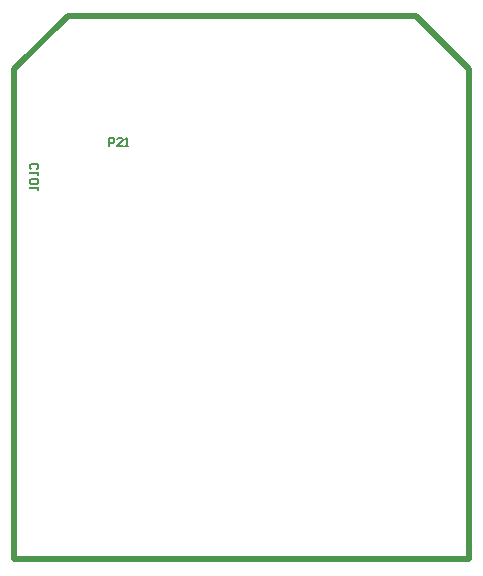
<source format=gbo>
G04 Layer_Color=32896*
%FSLAX44Y44*%
%MOMM*%
G71*
G01*
G75*
%ADD16C,0.5000*%
%ADD28C,0.1500*%
D16*
X250000Y250000D02*
Y665000D01*
X295000Y710000D01*
X590000D01*
X635000Y665000D01*
Y250000D02*
Y665000D01*
X250000Y250000D02*
X635000D01*
D28*
X330000Y600000D02*
Y606998D01*
X333499D01*
X334665Y605831D01*
Y603499D01*
X333499Y602333D01*
X330000D01*
X341663Y600000D02*
X336998D01*
X341663Y604665D01*
Y605831D01*
X340497Y606998D01*
X338164D01*
X336998Y605831D01*
X343996Y600000D02*
X346328D01*
X345162D01*
Y606998D01*
X343996Y605831D01*
X264168Y580335D02*
X263002Y581501D01*
Y583834D01*
X264168Y585000D01*
X268834D01*
X270000Y583834D01*
Y581501D01*
X268834Y580335D01*
X270000Y578002D02*
Y575670D01*
Y576836D01*
X263002D01*
X264168Y578002D01*
Y572171D02*
X263002Y571004D01*
Y568672D01*
X264168Y567506D01*
X268834D01*
X270000Y568672D01*
Y571004D01*
X268834Y572171D01*
X264168D01*
X270000Y565173D02*
Y562840D01*
Y564007D01*
X263002D01*
X264168Y565173D01*
M02*

</source>
